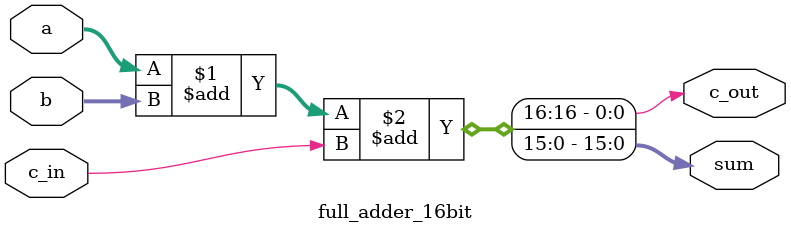
<source format=v>
module full_adder_16bit (
    input  [15:0] a,
    input  [15:0] b,
    input         c_in,
    output [15:0] sum,
    output        c_out
);

    assign {c_out, sum} = a + b + c_in;

endmodule

</source>
